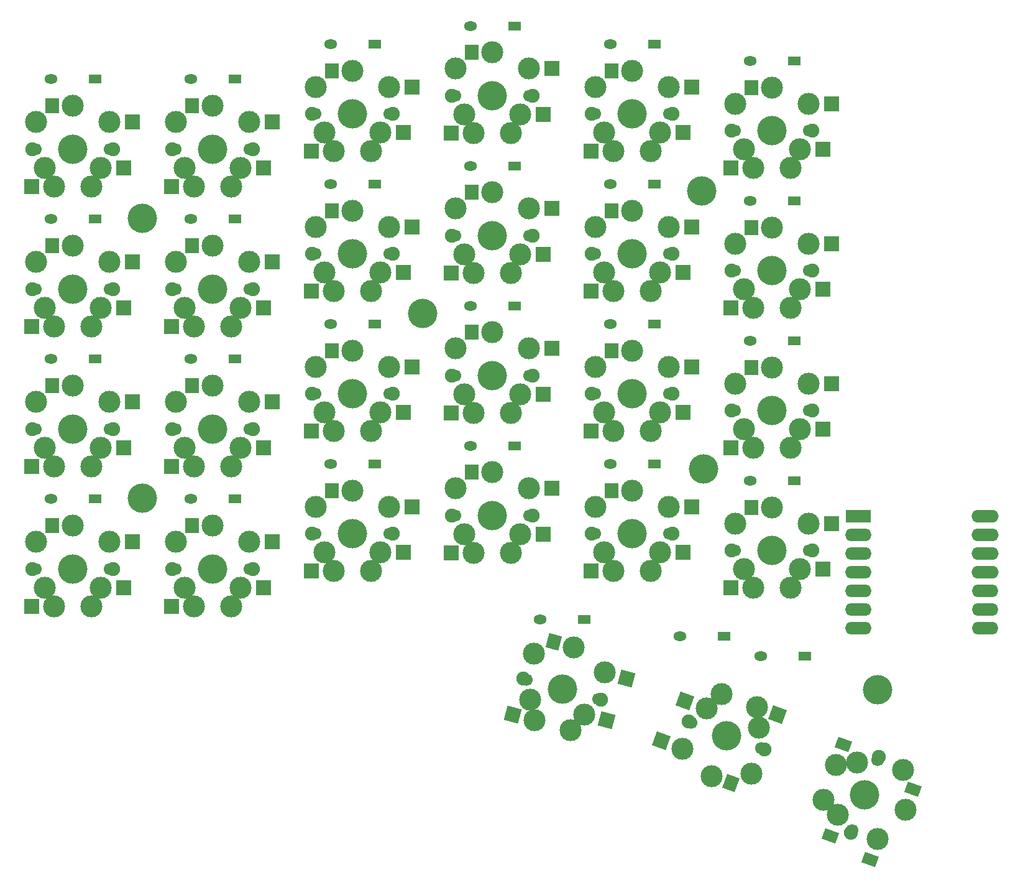
<source format=gbr>
%TF.GenerationSoftware,KiCad,Pcbnew,7.0.10*%
%TF.CreationDate,2024-03-21T20:23:33+01:00*%
%TF.ProjectId,duosync,64756f73-796e-4632-9e6b-696361645f70,rev?*%
%TF.SameCoordinates,Original*%
%TF.FileFunction,Soldermask,Bot*%
%TF.FilePolarity,Negative*%
%FSLAX46Y46*%
G04 Gerber Fmt 4.6, Leading zero omitted, Abs format (unit mm)*
G04 Created by KiCad (PCBNEW 7.0.10) date 2024-03-21 20:23:33*
%MOMM*%
%LPD*%
G01*
G04 APERTURE LIST*
G04 Aperture macros list*
%AMRotRect*
0 Rectangle, with rotation*
0 The origin of the aperture is its center*
0 $1 length*
0 $2 width*
0 $3 Rotation angle, in degrees counterclockwise*
0 Add horizontal line*
21,1,$1,$2,0,0,$3*%
G04 Aperture macros list end*
%ADD10C,1.900000*%
%ADD11C,1.700000*%
%ADD12C,3.000000*%
%ADD13C,4.000000*%
%ADD14R,2.000000X2.000000*%
%ADD15R,1.900000X2.000000*%
%ADD16R,1.778000X1.300000*%
%ADD17O,1.778000X1.300000*%
%ADD18R,3.500000X1.700000*%
%ADD19O,3.600000X1.700000*%
%ADD20O,3.700000X1.700000*%
%ADD21C,0.500000*%
%ADD22C,0.100000*%
%ADD23RotRect,1.500000X2.000000X250.000000*%
%ADD24RotRect,2.000000X2.000000X340.000000*%
%ADD25RotRect,1.800000X2.000000X340.000000*%
%ADD26RotRect,2.000000X2.000000X165.000000*%
%ADD27RotRect,1.800000X2.000000X165.000000*%
G04 APERTURE END LIST*
D10*
%TO.C,K42*%
X156157200Y-56890100D03*
D11*
X155737200Y-56890100D03*
D12*
X155657200Y-53190100D03*
X154467200Y-59430100D03*
X153197200Y-61970100D03*
D13*
X150657200Y-56890100D03*
D12*
X150657200Y-50990100D03*
X148117200Y-61970100D03*
X146847200Y-59430100D03*
X145657200Y-53190100D03*
D11*
X145577200Y-56890100D03*
D10*
X145157200Y-56890100D03*
D14*
X158757200Y-53190100D03*
X157557200Y-59430100D03*
D15*
X147857200Y-50990100D03*
D14*
X145057200Y-61970100D03*
%TD*%
D16*
%TO.C,D13*%
X96507200Y-73679100D03*
D17*
X90507200Y-73679100D03*
%TD*%
D10*
%TO.C,K54*%
X175207000Y-97466100D03*
D11*
X174787000Y-97466100D03*
D12*
X174707000Y-93766100D03*
X173517000Y-100006100D03*
X172247000Y-102546100D03*
D13*
X169707000Y-97466100D03*
D12*
X169707000Y-91566100D03*
X167167000Y-102546100D03*
X165897000Y-100006100D03*
X164707000Y-93766100D03*
D11*
X164627000Y-97466100D03*
D10*
X164207000Y-97466100D03*
D14*
X177807000Y-93766100D03*
X176607000Y-100006100D03*
D15*
X166907000Y-91566100D03*
D14*
X164107000Y-102546100D03*
%TD*%
D16*
%TO.C,D31*%
X134607200Y-30816100D03*
D17*
X128607200Y-30816100D03*
%TD*%
D10*
%TO.C,K41*%
X156157200Y-37840100D03*
D11*
X155737200Y-37840100D03*
D12*
X155657200Y-34140100D03*
X154467200Y-40380100D03*
X153197200Y-42920100D03*
D13*
X150657200Y-37840100D03*
D12*
X150657200Y-31940100D03*
X148117200Y-42920100D03*
X146847200Y-40380100D03*
X145657200Y-34140100D03*
D11*
X145577200Y-37840100D03*
D10*
X145157200Y-37840100D03*
D14*
X158757200Y-34140100D03*
X157557200Y-40380100D03*
D15*
X147857200Y-31940100D03*
D14*
X145057200Y-42920100D03*
%TD*%
D16*
%TO.C,D55*%
X182232200Y-111398100D03*
D17*
X176232200Y-111398100D03*
%TD*%
D18*
%TO.C,U1*%
X200550000Y-95100000D03*
D19*
X200550000Y-97640000D03*
X200550000Y-100180000D03*
X200550000Y-102720000D03*
X200550000Y-105260000D03*
X200550000Y-107800000D03*
X200550000Y-110340000D03*
X217800000Y-110340000D03*
X217800000Y-107800000D03*
X217800000Y-105260000D03*
D20*
X217800000Y-102720000D03*
X217800000Y-100180000D03*
X217800000Y-97640000D03*
X217800000Y-95100000D03*
%TD*%
D10*
%TO.C,K34*%
X137107200Y-97466100D03*
D11*
X136687200Y-97466100D03*
D12*
X136607200Y-93766100D03*
X135417200Y-100006100D03*
X134147200Y-102546100D03*
D13*
X131607200Y-97466100D03*
D12*
X131607200Y-91566100D03*
X129067200Y-102546100D03*
X127797200Y-100006100D03*
X126607200Y-93766100D03*
D11*
X126527200Y-97466100D03*
D10*
X126107200Y-97466100D03*
D14*
X139707200Y-93766100D03*
X138507200Y-100006100D03*
D15*
X128807200Y-91566100D03*
D14*
X126007200Y-102546100D03*
%TD*%
D10*
%TO.C,K14*%
X99007200Y-102229100D03*
D11*
X98587200Y-102229100D03*
D12*
X98507200Y-98529100D03*
X97317200Y-104769100D03*
X96047200Y-107309100D03*
D13*
X93507200Y-102229100D03*
D12*
X93507200Y-96329100D03*
X90967200Y-107309100D03*
X89697200Y-104769100D03*
X88507200Y-98529100D03*
D11*
X88427200Y-102229100D03*
D10*
X88007200Y-102229100D03*
D14*
X101607200Y-98529100D03*
X100407200Y-104769100D03*
D15*
X90707200Y-96329100D03*
D14*
X87907200Y-107309100D03*
%TD*%
D16*
%TO.C,D33*%
X134607200Y-68916100D03*
D17*
X128607200Y-68916100D03*
%TD*%
D10*
%TO.C,K51*%
X175207000Y-40316100D03*
D11*
X174787000Y-40316100D03*
D12*
X174707000Y-36616100D03*
X173517000Y-42856100D03*
X172247000Y-45396100D03*
D13*
X169707000Y-40316100D03*
D12*
X169707000Y-34416100D03*
X167167000Y-45396100D03*
X165897000Y-42856100D03*
X164707000Y-36616100D03*
D11*
X164627000Y-40316100D03*
D10*
X164207000Y-40316100D03*
D14*
X177807000Y-36616100D03*
X176607000Y-42856100D03*
D15*
X166907000Y-34416100D03*
D14*
X164107000Y-45396100D03*
%TD*%
D16*
%TO.C,D34*%
X134607200Y-87966100D03*
D17*
X128607200Y-87966100D03*
%TD*%
D16*
%TO.C,D65*%
X193193900Y-114136100D03*
D17*
X187193900Y-114136100D03*
%TD*%
D21*
%TO.C,s2*%
X101500000Y-92600000D03*
X101940000Y-91540000D03*
X101940000Y-93660000D03*
X103000000Y-91100000D03*
D13*
X103000000Y-92600000D03*
D21*
X103000000Y-94100000D03*
X104060000Y-91540000D03*
X104060000Y-93660000D03*
X104500000Y-92600000D03*
%TD*%
D10*
%TO.C,K24*%
X118057200Y-102229100D03*
D11*
X117637200Y-102229100D03*
D12*
X117557200Y-98529100D03*
X116367200Y-104769100D03*
X115097200Y-107309100D03*
D13*
X112557200Y-102229100D03*
D12*
X112557200Y-96329100D03*
X110017200Y-107309100D03*
X108747200Y-104769100D03*
X107557200Y-98529100D03*
D11*
X107477200Y-102229100D03*
D10*
X107057200Y-102229100D03*
D14*
X120657200Y-98529100D03*
X119457200Y-104769100D03*
D15*
X109757200Y-96329100D03*
D14*
X106957200Y-107309100D03*
%TD*%
D21*
%TO.C,s4*%
X177700000Y-50800000D03*
X178140000Y-49740000D03*
X178140000Y-51860000D03*
X179200000Y-49300000D03*
D13*
X179200000Y-50800000D03*
D21*
X179200000Y-52300000D03*
X180260000Y-49740000D03*
X180260000Y-51860000D03*
X180700000Y-50800000D03*
%TD*%
D16*
%TO.C,D52*%
X172707000Y-49866100D03*
D17*
X166707000Y-49866100D03*
%TD*%
D10*
%TO.C,K44*%
X156157200Y-94990100D03*
D11*
X155737200Y-94990100D03*
D12*
X155657200Y-91290100D03*
X154467200Y-97530100D03*
X153197200Y-100070100D03*
D13*
X150657200Y-94990100D03*
D12*
X150657200Y-89090100D03*
X148117200Y-100070100D03*
X146847200Y-97530100D03*
X145657200Y-91290100D03*
D11*
X145577200Y-94990100D03*
D10*
X145157200Y-94990100D03*
D14*
X158757200Y-91290100D03*
X157557200Y-97530100D03*
D15*
X147857200Y-89090100D03*
D14*
X145057200Y-100070100D03*
%TD*%
D16*
%TO.C,D51*%
X172707000Y-30816100D03*
D17*
X166707000Y-30816100D03*
%TD*%
D10*
%TO.C,K52*%
X175207000Y-59366100D03*
D11*
X174787000Y-59366100D03*
D12*
X174707000Y-55666100D03*
X173517000Y-61906100D03*
X172247000Y-64446100D03*
D13*
X169707000Y-59366100D03*
D12*
X169707000Y-53466100D03*
X167167000Y-64446100D03*
X165897000Y-61906100D03*
X164707000Y-55666100D03*
D11*
X164627000Y-59366100D03*
D10*
X164207000Y-59366100D03*
D14*
X177807000Y-55666100D03*
X176607000Y-61906100D03*
D15*
X166907000Y-53466100D03*
D14*
X164107000Y-64446100D03*
%TD*%
D10*
%TO.C,K21*%
X118057200Y-45079100D03*
D11*
X117637200Y-45079100D03*
D12*
X117557200Y-41379100D03*
X116367200Y-47619100D03*
X115097200Y-50159100D03*
D13*
X112557200Y-45079100D03*
D12*
X112557200Y-39179100D03*
X110017200Y-50159100D03*
X108747200Y-47619100D03*
X107557200Y-41379100D03*
D11*
X107477200Y-45079100D03*
D10*
X107057200Y-45079100D03*
D14*
X120657200Y-41379100D03*
X119457200Y-47619100D03*
D15*
X109757200Y-39179100D03*
D14*
X106957200Y-50159100D03*
%TD*%
D12*
%TO.C,K65*%
X197488993Y-128911818D03*
X195751530Y-133685457D03*
D22*
X200277720Y-128559364D03*
X197661266Y-135748012D03*
D12*
X200310177Y-128587140D03*
X200310177Y-128587140D03*
X197703984Y-135747598D03*
D10*
X203275011Y-127867791D03*
D11*
X203131362Y-128262461D03*
D13*
X201393900Y-133036100D03*
D11*
X199656438Y-137809739D03*
D10*
X199512789Y-138204409D03*
D12*
X206580863Y-129603111D03*
X203160662Y-139000038D03*
X206938086Y-135054019D03*
D23*
X196681344Y-138557279D03*
X202134602Y-141819115D03*
X198501372Y-126130328D03*
X207964147Y-132234941D03*
%TD*%
D10*
%TO.C,K61*%
X194257200Y-42602100D03*
D11*
X193837200Y-42602100D03*
D12*
X193757200Y-38902100D03*
X192567200Y-45142100D03*
X191297200Y-47682100D03*
D13*
X188757200Y-42602100D03*
D12*
X188757200Y-36702100D03*
X186217200Y-47682100D03*
X184947200Y-45142100D03*
X183757200Y-38902100D03*
D11*
X183677200Y-42602100D03*
D10*
X183257200Y-42602100D03*
D14*
X196857200Y-38902100D03*
X195657200Y-45142100D03*
D15*
X185957200Y-36702100D03*
D14*
X183157200Y-47682100D03*
%TD*%
D10*
%TO.C,K11*%
X99007200Y-45079100D03*
D11*
X98587200Y-45079100D03*
D12*
X98507200Y-41379100D03*
X97317200Y-47619100D03*
X96047200Y-50159100D03*
D13*
X93507200Y-45079100D03*
D12*
X93507200Y-39179100D03*
X90967200Y-50159100D03*
X89697200Y-47619100D03*
X88507200Y-41379100D03*
D11*
X88427200Y-45079100D03*
D10*
X88007200Y-45079100D03*
D14*
X101607200Y-41379100D03*
X100407200Y-47619100D03*
D15*
X90707200Y-39179100D03*
D14*
X87907200Y-50159100D03*
%TD*%
D10*
%TO.C,K13*%
X99007200Y-83179100D03*
D11*
X98587200Y-83179100D03*
D12*
X98507200Y-79479100D03*
X97317200Y-85719100D03*
X96047200Y-88259100D03*
D13*
X93507200Y-83179100D03*
D12*
X93507200Y-77279100D03*
X90967200Y-88259100D03*
X89697200Y-85719100D03*
X88507200Y-79479100D03*
D11*
X88427200Y-83179100D03*
D10*
X88007200Y-83179100D03*
D14*
X101607200Y-79479100D03*
X100407200Y-85719100D03*
D15*
X90707200Y-77279100D03*
D14*
X87907200Y-88259100D03*
%TD*%
D10*
%TO.C,K33*%
X137107200Y-78416100D03*
D11*
X136687200Y-78416100D03*
D12*
X136607200Y-74716100D03*
X135417200Y-80956100D03*
X134147200Y-83496100D03*
D13*
X131607200Y-78416100D03*
D12*
X131607200Y-72516100D03*
X129067200Y-83496100D03*
X127797200Y-80956100D03*
X126607200Y-74716100D03*
D11*
X126527200Y-78416100D03*
D10*
X126107200Y-78416100D03*
D14*
X139707200Y-74716100D03*
X138507200Y-80956100D03*
D15*
X128807200Y-72516100D03*
D14*
X126007200Y-83496100D03*
%TD*%
D10*
%TO.C,K32*%
X137107200Y-59366100D03*
D11*
X136687200Y-59366100D03*
D12*
X136607200Y-55666100D03*
X135417200Y-61906100D03*
X134147200Y-64446100D03*
D13*
X131607200Y-59366100D03*
D12*
X131607200Y-53466100D03*
X129067200Y-64446100D03*
X127797200Y-61906100D03*
X126607200Y-55666100D03*
D11*
X126527200Y-59366100D03*
D10*
X126107200Y-59366100D03*
D14*
X139707200Y-55666100D03*
X138507200Y-61906100D03*
D15*
X128807200Y-53466100D03*
D14*
X126007200Y-64446100D03*
%TD*%
D21*
%TO.C,s1*%
X101500000Y-54500000D03*
X101940000Y-53440000D03*
X101940000Y-55560000D03*
X103000000Y-53000000D03*
D13*
X103000000Y-54500000D03*
D21*
X103000000Y-56000000D03*
X104060000Y-53440000D03*
X104060000Y-55560000D03*
X104500000Y-54500000D03*
%TD*%
D10*
%TO.C,K43*%
X156157200Y-75940100D03*
D11*
X155737200Y-75940100D03*
D12*
X155657200Y-72240100D03*
X154467200Y-78480100D03*
X153197200Y-81020100D03*
D13*
X150657200Y-75940100D03*
D12*
X150657200Y-70040100D03*
X148117200Y-81020100D03*
X146847200Y-78480100D03*
X145657200Y-72240100D03*
D11*
X145577200Y-75940100D03*
D10*
X145157200Y-75940100D03*
D14*
X158757200Y-72240100D03*
X157557200Y-78480100D03*
D15*
X147857200Y-70040100D03*
D14*
X145057200Y-81020100D03*
%TD*%
D10*
%TO.C,K23*%
X118057200Y-83179100D03*
D11*
X117637200Y-83179100D03*
D12*
X117557200Y-79479100D03*
X116367200Y-85719100D03*
X115097200Y-88259100D03*
D13*
X112557200Y-83179100D03*
D12*
X112557200Y-77279100D03*
X110017200Y-88259100D03*
X108747200Y-85719100D03*
X107557200Y-79479100D03*
D11*
X107477200Y-83179100D03*
D10*
X107057200Y-83179100D03*
D14*
X120657200Y-79479100D03*
X119457200Y-85719100D03*
D15*
X109757200Y-77279100D03*
D14*
X106957200Y-88259100D03*
%TD*%
D16*
%TO.C,D42*%
X153657200Y-47390100D03*
D17*
X147657200Y-47390100D03*
%TD*%
D16*
%TO.C,D54*%
X172707000Y-87966100D03*
D17*
X166707000Y-87966100D03*
%TD*%
D16*
%TO.C,D61*%
X191757200Y-33102100D03*
D17*
X185757200Y-33102100D03*
%TD*%
D10*
%TO.C,K22*%
X118057200Y-64129100D03*
D11*
X117637200Y-64129100D03*
D12*
X117557200Y-60429100D03*
X116367200Y-66669100D03*
X115097200Y-69209100D03*
D13*
X112557200Y-64129100D03*
D12*
X112557200Y-58229100D03*
X110017200Y-69209100D03*
X108747200Y-66669100D03*
X107557200Y-60429100D03*
D11*
X107477200Y-64129100D03*
D10*
X107057200Y-64129100D03*
D14*
X120657200Y-60429100D03*
X119457200Y-66669100D03*
D15*
X109757200Y-58229100D03*
D14*
X106957200Y-69209100D03*
%TD*%
D16*
%TO.C,D32*%
X134607200Y-49866100D03*
D17*
X128607200Y-49866100D03*
%TD*%
D16*
%TO.C,D14*%
X96507200Y-92729100D03*
D17*
X90507200Y-92729100D03*
%TD*%
D16*
%TO.C,D22*%
X115557200Y-54629100D03*
D17*
X109557200Y-54629100D03*
%TD*%
D21*
%TO.C,s6*%
X201600000Y-118700000D03*
X202040000Y-117640000D03*
X202040000Y-119760000D03*
X203100000Y-117200000D03*
D13*
X203100000Y-118700000D03*
D21*
X203100000Y-120200000D03*
X204160000Y-117640000D03*
X204160000Y-119760000D03*
X204600000Y-118700000D03*
%TD*%
D16*
%TO.C,D44*%
X153657200Y-85490100D03*
D17*
X147657200Y-85490100D03*
%TD*%
D10*
%TO.C,K53*%
X175207000Y-78416100D03*
D11*
X174787000Y-78416100D03*
D12*
X174707000Y-74716100D03*
X173517000Y-80956100D03*
X172247000Y-83496100D03*
D13*
X169707000Y-78416100D03*
D12*
X169707000Y-72516100D03*
X167167000Y-83496100D03*
X165897000Y-80956100D03*
X164707000Y-74716100D03*
D11*
X164627000Y-78416100D03*
D10*
X164207000Y-78416100D03*
D14*
X177807000Y-74716100D03*
X176607000Y-80956100D03*
D15*
X166907000Y-72516100D03*
D14*
X164107000Y-83496100D03*
%TD*%
D21*
%TO.C,s3*%
X139700000Y-67500000D03*
X140140000Y-66440000D03*
X140140000Y-68560000D03*
X141200000Y-66000000D03*
D13*
X141200000Y-67500000D03*
D21*
X141200000Y-69000000D03*
X142260000Y-66440000D03*
X142260000Y-68560000D03*
X142700000Y-67500000D03*
%TD*%
D16*
%TO.C,D23*%
X115557200Y-73679100D03*
D17*
X109557200Y-73679100D03*
%TD*%
D16*
%TO.C,D63*%
X191757200Y-71202100D03*
D17*
X185757200Y-71202100D03*
%TD*%
D10*
%TO.C,K31*%
X137107200Y-40316100D03*
D11*
X136687200Y-40316100D03*
D12*
X136607200Y-36616100D03*
X135417200Y-42856100D03*
X134147200Y-45396100D03*
D13*
X131607200Y-40316100D03*
D12*
X131607200Y-34416100D03*
X129067200Y-45396100D03*
X127797200Y-42856100D03*
X126607200Y-36616100D03*
D11*
X126527200Y-40316100D03*
D10*
X126107200Y-40316100D03*
D14*
X139707200Y-36616100D03*
X138507200Y-42856100D03*
D15*
X128807200Y-34416100D03*
D14*
X126007200Y-45396100D03*
%TD*%
D16*
%TO.C,D41*%
X153657200Y-28340100D03*
D17*
X147657200Y-28340100D03*
%TD*%
D10*
%TO.C,K12*%
X99007200Y-64129100D03*
D11*
X98587200Y-64129100D03*
D12*
X98507200Y-60429100D03*
X97317200Y-66669100D03*
X96047200Y-69209100D03*
D13*
X93507200Y-64129100D03*
D12*
X93507200Y-58229100D03*
X90967200Y-69209100D03*
X89697200Y-66669100D03*
X88507200Y-60429100D03*
D11*
X88427200Y-64129100D03*
D10*
X88007200Y-64129100D03*
D14*
X101607200Y-60429100D03*
X100407200Y-66669100D03*
D15*
X90707200Y-58229100D03*
D14*
X87907200Y-69209100D03*
%TD*%
D21*
%TO.C,s5*%
X177900000Y-88600000D03*
X178340000Y-87540000D03*
X178340000Y-89660000D03*
X179400000Y-87100000D03*
D13*
X179400000Y-88600000D03*
D21*
X179400000Y-90100000D03*
X180460000Y-87540000D03*
X180460000Y-89660000D03*
X180900000Y-88600000D03*
%TD*%
D16*
%TO.C,D53*%
X172707000Y-68916100D03*
D17*
X166707000Y-68916100D03*
%TD*%
D16*
%TO.C,D24*%
X115557200Y-92729100D03*
D17*
X109557200Y-92729100D03*
%TD*%
D10*
%TO.C,K64*%
X194257200Y-99752100D03*
D11*
X193837200Y-99752100D03*
D12*
X193757200Y-96052100D03*
X192567200Y-102292100D03*
X191297200Y-104832100D03*
D13*
X188757200Y-99752100D03*
D12*
X188757200Y-93852100D03*
X186217200Y-104832100D03*
X184947200Y-102292100D03*
X183757200Y-96052100D03*
D11*
X183677200Y-99752100D03*
D10*
X183257200Y-99752100D03*
D14*
X196857200Y-96052100D03*
X195657200Y-102292100D03*
D15*
X185957200Y-93852100D03*
D14*
X183157200Y-104832100D03*
%TD*%
D16*
%TO.C,D21*%
X115557200Y-35579100D03*
D17*
X109557200Y-35579100D03*
%TD*%
D10*
%TO.C,K63*%
X194257200Y-80702100D03*
D11*
X193837200Y-80702100D03*
D12*
X193757200Y-77002100D03*
X192567200Y-83242100D03*
X191297200Y-85782100D03*
D13*
X188757200Y-80702100D03*
D12*
X188757200Y-74802100D03*
X186217200Y-85782100D03*
X184947200Y-83242100D03*
X183757200Y-77002100D03*
D11*
X183677200Y-80702100D03*
D10*
X183257200Y-80702100D03*
D14*
X196857200Y-77002100D03*
X195657200Y-83242100D03*
D15*
X185957200Y-74802100D03*
D14*
X183157200Y-85782100D03*
%TD*%
D16*
%TO.C,D43*%
X153657200Y-66440100D03*
D17*
X147657200Y-66440100D03*
%TD*%
D16*
%TO.C,D11*%
X96507200Y-35579100D03*
D17*
X90507200Y-35579100D03*
%TD*%
D16*
%TO.C,D64*%
X191757200Y-90252100D03*
D17*
X185757200Y-90252100D03*
%TD*%
D16*
%TO.C,D62*%
X191757200Y-52152100D03*
D17*
X185757200Y-52152100D03*
%TD*%
D10*
%TO.C,K62*%
X194257200Y-61652100D03*
D11*
X193837200Y-61652100D03*
D12*
X193757200Y-57952100D03*
X192567200Y-64192100D03*
X191297200Y-66732100D03*
D13*
X188757200Y-61652100D03*
D12*
X188757200Y-55752100D03*
X186217200Y-66732100D03*
X184947200Y-64192100D03*
X183757200Y-57952100D03*
D11*
X183677200Y-61652100D03*
D10*
X183257200Y-61652100D03*
D14*
X196857200Y-57952100D03*
X195657200Y-64192100D03*
D15*
X185957200Y-55752100D03*
D14*
X183157200Y-66732100D03*
%TD*%
D16*
%TO.C,D12*%
X96507200Y-54629100D03*
D17*
X90507200Y-54629100D03*
%TD*%
D16*
%TO.C,D45*%
X163182200Y-109112100D03*
D17*
X157182200Y-109112100D03*
%TD*%
D10*
%TO.C,K55*%
X187715709Y-126808011D03*
D11*
X187321039Y-126664362D03*
D12*
X185980389Y-130113863D03*
X186996360Y-123843177D03*
X186671682Y-121021993D03*
X180529481Y-130471086D03*
D13*
X182547400Y-124926900D03*
D12*
X181898043Y-119284530D03*
X179835902Y-121236984D03*
X176583462Y-126693662D03*
D11*
X177773761Y-123189438D03*
D10*
X177379091Y-123045789D03*
D24*
X189547141Y-122068574D03*
X173670415Y-125633400D03*
D25*
X183160620Y-131428743D03*
D24*
X176932252Y-120180142D03*
%TD*%
D10*
%TO.C,K45*%
X154869608Y-117188595D03*
D11*
X155275297Y-117297299D03*
D12*
X156310201Y-113744079D03*
X155844622Y-120079451D03*
X156413948Y-122861603D03*
X161709232Y-112913138D03*
D13*
X160182200Y-118612100D03*
D12*
X161320851Y-124176404D03*
X163204977Y-122051652D03*
X165969460Y-116332270D03*
D11*
X165089103Y-119926901D03*
D10*
X165494792Y-120035605D03*
D26*
X153458215Y-122069617D03*
X168963830Y-117134609D03*
D27*
X159004640Y-112188444D03*
D26*
X166189688Y-122851403D03*
%TD*%
M02*

</source>
